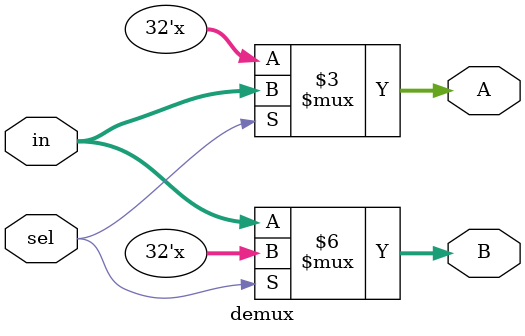
<source format=v>
`timescale 1ns / 1ps
module demux( input [31:0]in ,input sel,output reg [31:0]A,B
    );


always@(*)
begin
     if(sel)
	  
	  A=in;
	  else
	  B=in;

end 


endmodule

</source>
